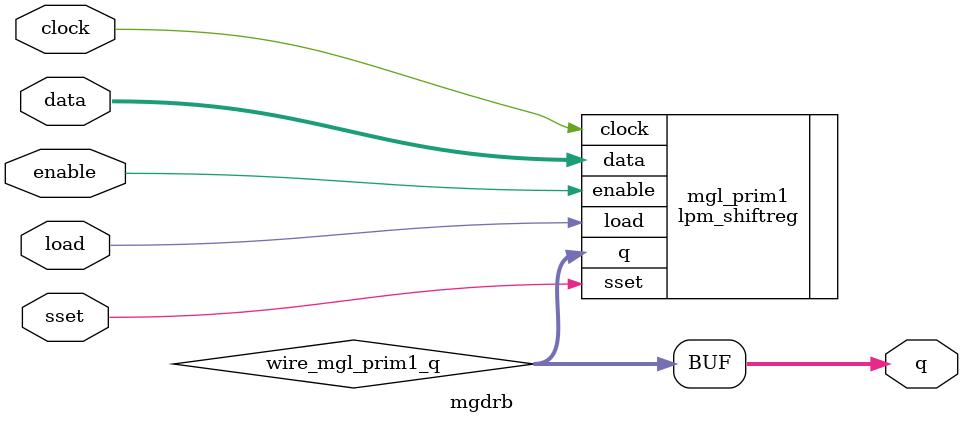
<source format=v>






//synthesis_resources = lpm_shiftreg 1 
//synopsys translate_off
`timescale 1 ps / 1 ps
//synopsys translate_on
module  mgdrb
	( 
	clock,
	data,
	enable,
	load,
	q,
	sset) /* synthesis synthesis_clearbox=1 */;
	input   clock;
	input   [7:0]  data;
	input   enable;
	input   load;
	output   [7:0]  q;
	input   sset;

	wire  [7:0]   wire_mgl_prim1_q;

	lpm_shiftreg   mgl_prim1
	( 
	.clock(clock),
	.data(data),
	.enable(enable),
	.load(load),
	.q(wire_mgl_prim1_q),
	.sset(sset));
	defparam
		mgl_prim1.lpm_direction = "LEFT",
		mgl_prim1.lpm_type = "LPM_SHIFTREG",
		mgl_prim1.lpm_width = 8;
	assign
		q = wire_mgl_prim1_q;
endmodule //mgdrb
//VALID FILE

</source>
